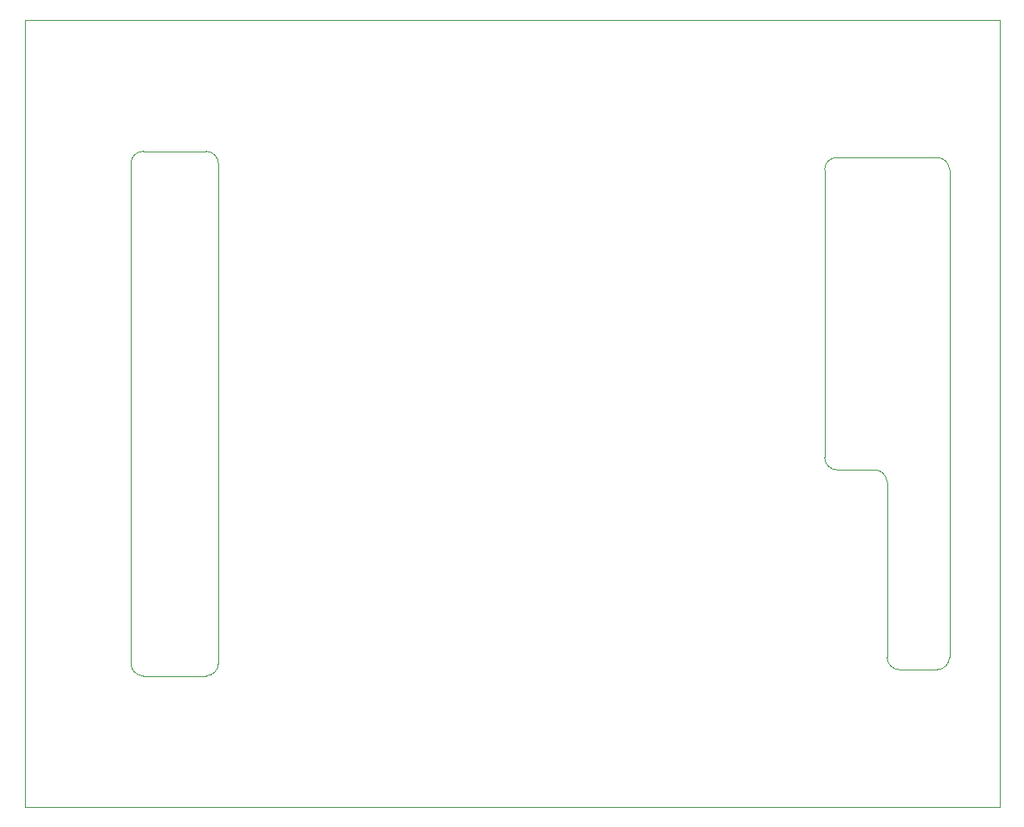
<source format=gbr>
%TF.GenerationSoftware,KiCad,Pcbnew,(5.1.4)-1*%
%TF.CreationDate,2022-01-23T20:52:20+02:00*%
%TF.ProjectId,Front Panel,46726f6e-7420-4506-916e-656c2e6b6963,rev?*%
%TF.SameCoordinates,Original*%
%TF.FileFunction,Profile,NP*%
%FSLAX46Y46*%
G04 Gerber Fmt 4.6, Leading zero omitted, Abs format (unit mm)*
G04 Created by KiCad (PCBNEW (5.1.4)-1) date 2022-01-23 20:52:20*
%MOMM*%
%LPD*%
G04 APERTURE LIST*
%ADD10C,0.050000*%
G04 APERTURE END LIST*
D10*
X170180000Y-74295000D02*
X170180000Y-92075000D01*
X165100000Y-73025000D02*
X168910000Y-73025000D01*
X163830000Y-42545000D02*
X163830000Y-71755000D01*
X175260000Y-41275000D02*
X165100000Y-41275000D01*
X176530000Y-92075000D02*
X176530000Y-42545000D01*
X171450000Y-93345000D02*
X175260000Y-93345000D01*
X176530000Y-92075000D02*
G75*
G02X175260000Y-93345000I-1270000J0D01*
G01*
X171450000Y-93345000D02*
G75*
G02X170180000Y-92075000I0J1270000D01*
G01*
X168910000Y-73025000D02*
G75*
G02X170180000Y-74295000I0J-1270000D01*
G01*
X165100000Y-73025000D02*
G75*
G02X163830000Y-71755000I0J1270000D01*
G01*
X163830000Y-42545000D02*
G75*
G02X165100000Y-41275000I1270000J0D01*
G01*
X175260000Y-41275000D02*
G75*
G02X176530000Y-42545000I0J-1270000D01*
G01*
X93345000Y-92710000D02*
X93345000Y-41910000D01*
X100965000Y-93980000D02*
X94615000Y-93980000D01*
X102235000Y-41910000D02*
X102235000Y-92710000D01*
X100965000Y-40640000D02*
X94615000Y-40640000D01*
X94615000Y-93980000D02*
G75*
G02X93345000Y-92710000I0J1270000D01*
G01*
X102235000Y-92710000D02*
G75*
G02X100965000Y-93980000I-1270000J0D01*
G01*
X100965000Y-40640000D02*
G75*
G02X102235000Y-41910000I0J-1270000D01*
G01*
X93345000Y-41910000D02*
G75*
G02X94615000Y-40640000I1270000J0D01*
G01*
X156845000Y-107315000D02*
X181610000Y-107315000D01*
X156845000Y-27305000D02*
X181610000Y-27305000D01*
X181610000Y-107315000D02*
X181610000Y-27305000D01*
X82550000Y-27305000D02*
X107315000Y-27305000D01*
X82550000Y-27305000D02*
X82550000Y-107315000D01*
X107315000Y-107315000D02*
X132080000Y-107315000D01*
X82550000Y-107315000D02*
X107315000Y-107315000D01*
X107315000Y-27305000D02*
X132080000Y-27305000D01*
X132080000Y-107315000D02*
X156845000Y-107315000D01*
X132080000Y-27305000D02*
X156845000Y-27305000D01*
M02*

</source>
